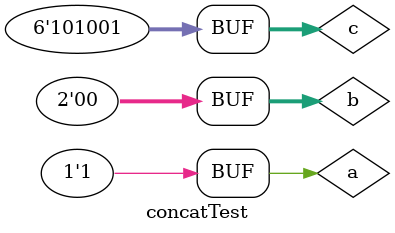
<source format=v>
module concatTest();
reg a ;
reg [1:0] b ;
reg [5:0] c ;
initial begin
    a = 1'b1;
    b = 2'b00;
    c = 6'b101001;
    $display("{a, b} = ", {a, b});
    $display("{c[5:3],a} = ", {c[5:3],a});
end
endmodule
</source>
